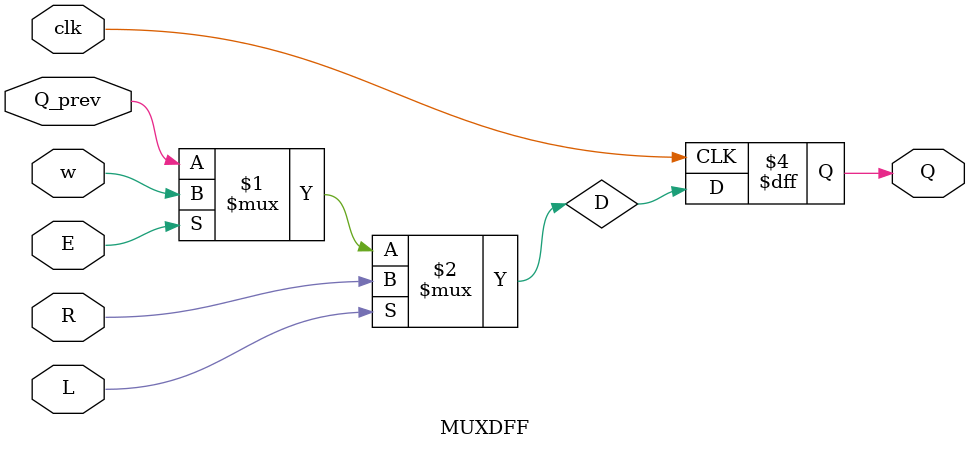
<source format=v>
module top_module (
    input [3:0] SW,
    input [3:0] KEY,
    output [3:0] LEDR
);
    wire clk,E,L,w;
    
    assign clk = KEY[0];
    assign E = KEY[1];
    assign L = KEY[2];
    assign w = KEY[3];
    
    genvar i;
    generate
        for(i=3;i>=0;i--) begin : shift_regs
            MUXDFF tmp((i==3)?w:LEDR[i+1],LEDR[i],E,SW[i],L,clk,LEDR[i]);
        end
    endgenerate
endmodule

module MUXDFF (input w, input Q_prev, input E, input R, input L, input clk, 
               output Q);
    wire D;
    assign D = L?R:(E?w:Q_prev);
    
    always @(posedge clk) begin
        Q <= D;
    end
    
endmodule
</source>
